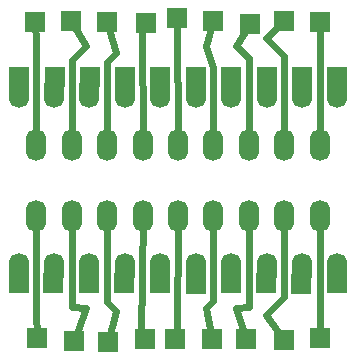
<source format=gbl>
G04 (created by PCBNEW (2013-07-07 BZR 4022)-stable) date 30/05/2015 12:39:42*
%MOIN*%
G04 Gerber Fmt 3.4, Leading zero omitted, Abs format*
%FSLAX34Y34*%
G01*
G70*
G90*
G04 APERTURE LIST*
%ADD10C,0.00590551*%
%ADD11R,0.0669291X0.0669291*%
%ADD12O,0.0669291X0.106299*%
%ADD13C,0.024*%
G04 APERTURE END LIST*
G54D10*
G54D11*
X53740Y-55605D03*
X54940Y-55605D03*
X56115Y-55605D03*
X57290Y-55605D03*
X58465Y-55605D03*
X59640Y-55605D03*
X60815Y-55605D03*
X62015Y-55605D03*
X63190Y-55605D03*
X64365Y-55605D03*
X54350Y-64300D03*
X55575Y-64400D03*
X56725Y-64450D03*
X57950Y-64325D03*
X58950Y-64325D03*
X60175Y-64325D03*
X61325Y-64350D03*
X62600Y-64375D03*
X63800Y-64300D03*
X54300Y-53775D03*
X55500Y-53750D03*
X56700Y-53775D03*
X57975Y-53800D03*
X59025Y-53650D03*
X60225Y-53725D03*
X61450Y-53825D03*
X62575Y-53750D03*
X63775Y-53775D03*
X53740Y-62480D03*
X54890Y-62480D03*
X56090Y-62480D03*
X57265Y-62480D03*
X58465Y-62480D03*
X59640Y-62505D03*
X60815Y-62480D03*
X61990Y-62480D03*
X63165Y-62505D03*
X64365Y-62480D03*
G54D12*
X53740Y-56102D03*
X54921Y-56102D03*
X56102Y-56102D03*
X57283Y-56102D03*
X58464Y-56102D03*
X59645Y-56102D03*
X60826Y-56102D03*
X62007Y-56102D03*
X63188Y-56102D03*
X64370Y-56102D03*
X53740Y-62007D03*
X54921Y-62007D03*
X56102Y-62007D03*
X57283Y-62007D03*
X58464Y-62007D03*
X59645Y-62007D03*
X60826Y-62007D03*
X62007Y-62007D03*
X63188Y-62007D03*
X64370Y-62007D03*
X54330Y-57874D03*
X55514Y-57874D03*
X56696Y-57874D03*
X57877Y-57874D03*
X59058Y-57874D03*
X60239Y-57874D03*
X61420Y-57874D03*
X62601Y-57874D03*
X63782Y-57874D03*
X54330Y-60236D03*
X55514Y-60236D03*
X56696Y-60236D03*
X57877Y-60236D03*
X59058Y-60236D03*
X60239Y-60236D03*
X61420Y-60236D03*
X62601Y-60236D03*
X63782Y-60236D03*
G54D13*
X59058Y-57874D02*
X59025Y-53650D01*
X59025Y-53650D02*
X59025Y-53650D01*
X63782Y-57874D02*
X63782Y-54597D01*
X63782Y-54597D02*
X63775Y-53775D01*
X62601Y-57874D02*
X62601Y-54916D01*
X61990Y-54305D02*
X62575Y-53750D01*
X62601Y-54916D02*
X61990Y-54305D01*
X61420Y-57874D02*
X61420Y-54985D01*
X60990Y-54555D02*
X61450Y-53825D01*
X61420Y-54985D02*
X60990Y-54555D01*
X60239Y-57874D02*
X60239Y-55304D01*
X59990Y-54580D02*
X60225Y-53725D01*
X60239Y-55304D02*
X59990Y-54580D01*
X54330Y-60236D02*
X54330Y-63395D01*
X54330Y-63395D02*
X54350Y-64300D01*
X57877Y-57874D02*
X57862Y-53912D01*
X57862Y-53912D02*
X57975Y-53800D01*
X56696Y-57874D02*
X56696Y-55099D01*
X56990Y-54805D02*
X56700Y-53775D01*
X56696Y-55099D02*
X56990Y-54805D01*
X55514Y-57874D02*
X55514Y-55030D01*
X55990Y-54555D02*
X55500Y-53750D01*
X55514Y-55030D02*
X55990Y-54555D01*
X54330Y-57874D02*
X54330Y-54464D01*
X54330Y-54464D02*
X54300Y-53775D01*
X63782Y-60236D02*
X63782Y-63262D01*
X63782Y-63262D02*
X63800Y-64300D01*
X62601Y-60236D02*
X62601Y-62924D01*
X61990Y-63535D02*
X62600Y-64375D01*
X62601Y-62924D02*
X61990Y-63535D01*
X61420Y-60236D02*
X61415Y-63280D01*
X60990Y-63305D02*
X61325Y-64350D01*
X61415Y-63280D02*
X60990Y-63305D01*
X60239Y-60236D02*
X60239Y-63055D01*
X59990Y-63305D02*
X60175Y-64325D01*
X60239Y-63055D02*
X59990Y-63305D01*
X59058Y-60236D02*
X59018Y-64256D01*
X59018Y-64256D02*
X58950Y-64325D01*
X57877Y-60236D02*
X57837Y-64212D01*
X57837Y-64212D02*
X57950Y-64325D01*
X56696Y-60236D02*
X56696Y-63111D01*
X56990Y-63405D02*
X56725Y-64450D01*
X56696Y-63111D02*
X56990Y-63405D01*
X55514Y-60236D02*
X55515Y-63280D01*
X55990Y-63305D02*
X55575Y-64400D01*
X55515Y-63280D02*
X55990Y-63305D01*
M02*

</source>
